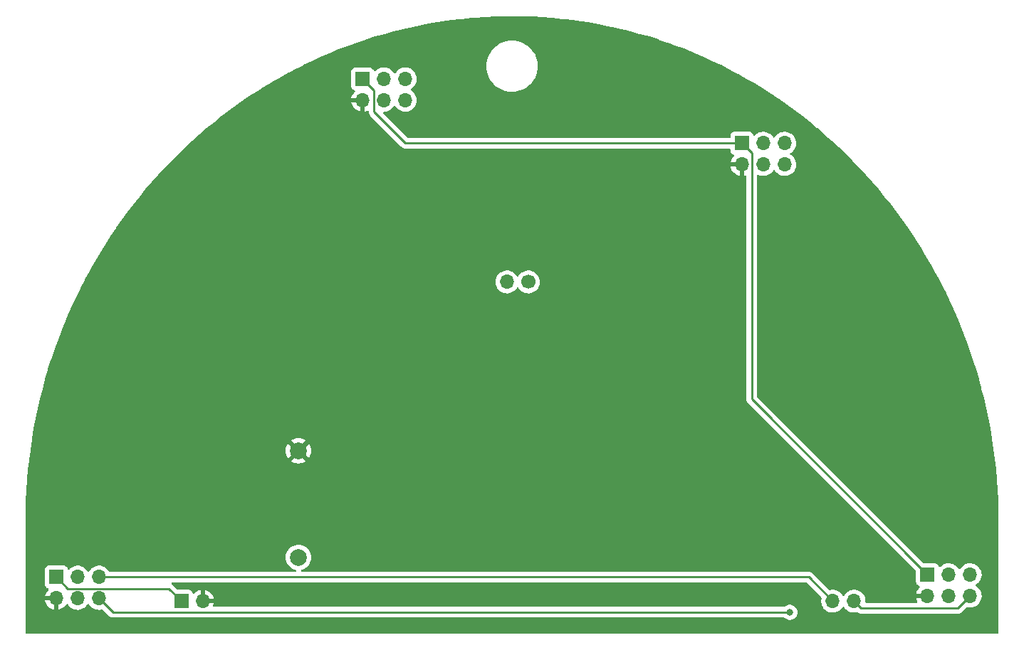
<source format=gtl>
%TF.GenerationSoftware,KiCad,Pcbnew,(6.0.4-0)*%
%TF.CreationDate,2022-04-25T17:15:55-04:00*%
%TF.ProjectId,BaseBadge,42617365-4261-4646-9765-2e6b69636164,rev?*%
%TF.SameCoordinates,Original*%
%TF.FileFunction,Copper,L1,Top*%
%TF.FilePolarity,Positive*%
%FSLAX46Y46*%
G04 Gerber Fmt 4.6, Leading zero omitted, Abs format (unit mm)*
G04 Created by KiCad (PCBNEW (6.0.4-0)) date 2022-04-25 17:15:55*
%MOMM*%
%LPD*%
G01*
G04 APERTURE LIST*
%TA.AperFunction,ComponentPad*%
%ADD10R,1.700000X1.700000*%
%TD*%
%TA.AperFunction,ComponentPad*%
%ADD11O,1.700000X1.700000*%
%TD*%
%TA.AperFunction,ComponentPad*%
%ADD12C,1.700000*%
%TD*%
%TA.AperFunction,ComponentPad*%
%ADD13C,2.000000*%
%TD*%
%TA.AperFunction,ViaPad*%
%ADD14C,0.800000*%
%TD*%
%TA.AperFunction,Conductor*%
%ADD15C,0.254000*%
%TD*%
G04 APERTURE END LIST*
D10*
%TO.P,J1,1,Pin_1*%
%TO.N,VCC*%
X107982463Y-115515377D03*
D11*
%TO.P,J1,2,Pin_2*%
%TO.N,GND*%
X110522463Y-115515377D03*
%TO.P,J1,3,Pin_3*%
%TO.N,Net-(J1-Pad3)*%
X146712463Y-77515377D03*
D12*
%TO.P,J1,4,Pin_4*%
%TO.N,Net-(J1-Pad4)*%
X149252463Y-77515377D03*
D11*
%TO.P,J1,5,Pin_5*%
%TO.N,Net-(J1-Pad5)*%
X185442463Y-115515377D03*
%TO.P,J1,6,Pin_6*%
%TO.N,Net-(J1-Pad6)*%
X187982463Y-115515377D03*
%TD*%
D10*
%TO.P,J4,1,Pin_1*%
%TO.N,VCC*%
X129540000Y-53340000D03*
D11*
%TO.P,J4,2,Pin_2*%
%TO.N,GND*%
X129540000Y-55880000D03*
%TO.P,J4,3,Pin_3*%
%TO.N,Net-(J1-Pad3)*%
X132080000Y-53340000D03*
%TO.P,J4,4,Pin_4*%
%TO.N,Net-(J1-Pad4)*%
X132080000Y-55880000D03*
%TO.P,J4,5,Pin_5*%
%TO.N,Net-(J1-Pad5)*%
X134620000Y-53340000D03*
%TO.P,J4,6,Pin_6*%
%TO.N,Net-(J1-Pad6)*%
X134620000Y-55880000D03*
%TD*%
D10*
%TO.P,J5,1,Pin_1*%
%TO.N,VCC*%
X196711225Y-112371450D03*
D11*
%TO.P,J5,2,Pin_2*%
%TO.N,GND*%
X196711225Y-114911450D03*
%TO.P,J5,3,Pin_3*%
%TO.N,Net-(J1-Pad3)*%
X199251225Y-112371450D03*
%TO.P,J5,4,Pin_4*%
%TO.N,Net-(J1-Pad4)*%
X199251225Y-114911450D03*
%TO.P,J5,5,Pin_5*%
%TO.N,Net-(J1-Pad5)*%
X201791225Y-112371450D03*
%TO.P,J5,6,Pin_6*%
%TO.N,Net-(J1-Pad6)*%
X201791225Y-114911450D03*
%TD*%
D10*
%TO.P,J2,1,Pin_1*%
%TO.N,VCC*%
X93135721Y-112652317D03*
D11*
%TO.P,J2,2,Pin_2*%
%TO.N,GND*%
X93135721Y-115192317D03*
%TO.P,J2,3,Pin_3*%
%TO.N,Net-(J1-Pad3)*%
X95675721Y-112652317D03*
%TO.P,J2,4,Pin_4*%
%TO.N,Net-(J1-Pad4)*%
X95675721Y-115192317D03*
%TO.P,J2,5,Pin_5*%
%TO.N,Net-(J1-Pad5)*%
X98215721Y-112652317D03*
%TO.P,J2,6,Pin_6*%
%TO.N,Net-(J1-Pad6)*%
X98215721Y-115192317D03*
%TD*%
D10*
%TO.P,J3,1,Pin_1*%
%TO.N,VCC*%
X174641614Y-60988088D03*
D11*
%TO.P,J3,2,Pin_2*%
%TO.N,GND*%
X174641614Y-63528088D03*
%TO.P,J3,3,Pin_3*%
%TO.N,Net-(J1-Pad3)*%
X177181614Y-60988088D03*
%TO.P,J3,4,Pin_4*%
%TO.N,Net-(J1-Pad4)*%
X177181614Y-63528088D03*
%TO.P,J3,5,Pin_5*%
%TO.N,Net-(J1-Pad5)*%
X179721614Y-60988088D03*
%TO.P,J3,6,Pin_6*%
%TO.N,Net-(J1-Pad6)*%
X179721614Y-63528088D03*
%TD*%
D13*
%TO.P,BT1,1,+*%
%TO.N,Net-(BT1-Pad1)*%
X121920000Y-110310000D03*
%TO.P,BT1,2,-*%
%TO.N,GND*%
X121920000Y-97610000D03*
%TD*%
D14*
%TO.N,Net-(J1-Pad6)*%
X180340000Y-116840000D03*
%TD*%
D15*
%TO.N,VCC*%
X129540000Y-53340000D02*
X130903489Y-54703489D01*
X175818125Y-62164599D02*
X174641614Y-60988088D01*
X94499210Y-114015806D02*
X93135721Y-112652317D01*
X175818125Y-91478350D02*
X175818125Y-62164599D01*
X107982463Y-115515377D02*
X106482892Y-114015806D01*
X196711225Y-112371450D02*
X175818125Y-91478350D01*
X134648088Y-60988088D02*
X174641614Y-60988088D01*
X130903489Y-54703489D02*
X130903489Y-57243489D01*
X106482892Y-114015806D02*
X94499210Y-114015806D01*
X130903489Y-57243489D02*
X134648088Y-60988088D01*
%TO.N,Net-(J1-Pad5)*%
X98215721Y-112652317D02*
X182579403Y-112652317D01*
X182579403Y-112652317D02*
X185442463Y-115515377D01*
%TO.N,Net-(J1-Pad6)*%
X200337298Y-116365377D02*
X201791225Y-114911450D01*
X187982463Y-115515377D02*
X188832463Y-116365377D01*
X98215721Y-115192317D02*
X99863404Y-116840000D01*
X188832463Y-116365377D02*
X200337298Y-116365377D01*
X99863404Y-116840000D02*
X180340000Y-116840000D01*
%TD*%
%TA.AperFunction,Conductor*%
%TO.N,GND*%
G36*
X147826004Y-45885779D02*
G01*
X148523583Y-45893211D01*
X148526269Y-45893268D01*
X149727708Y-45931695D01*
X149730389Y-45931810D01*
X150925468Y-45995548D01*
X150928058Y-45995713D01*
X152016877Y-46077064D01*
X152116544Y-46084511D01*
X152119214Y-46084739D01*
X152120535Y-46084866D01*
X153300857Y-46198344D01*
X153303491Y-46198626D01*
X153632606Y-46237339D01*
X154477995Y-46336781D01*
X154480645Y-46337121D01*
X155010813Y-46410912D01*
X155647874Y-46499581D01*
X155650470Y-46499971D01*
X156810202Y-46686494D01*
X156812777Y-46686936D01*
X157964792Y-46897275D01*
X157967315Y-46897764D01*
X159111214Y-47131638D01*
X159113801Y-47132195D01*
X159262165Y-47165794D01*
X160249465Y-47389376D01*
X160252036Y-47389986D01*
X160802726Y-47526896D01*
X161379278Y-47670236D01*
X161381785Y-47670887D01*
X161482267Y-47698112D01*
X162500214Y-47973917D01*
X162502732Y-47974627D01*
X162511783Y-47977283D01*
X163612355Y-48300257D01*
X163614861Y-48301021D01*
X164715184Y-48648926D01*
X164717665Y-48649739D01*
X165808578Y-49019706D01*
X165811035Y-49020568D01*
X166892329Y-49412361D01*
X166894759Y-49413270D01*
X167298323Y-49568969D01*
X167966132Y-49826617D01*
X167968435Y-49827532D01*
X168897649Y-50208118D01*
X169029765Y-50262230D01*
X169032139Y-50263231D01*
X169464218Y-50450610D01*
X170083081Y-50718991D01*
X170085355Y-50720005D01*
X170745008Y-51022193D01*
X171125641Y-51196562D01*
X171127956Y-51197651D01*
X172157384Y-51694772D01*
X172159670Y-51695904D01*
X172846251Y-52044771D01*
X173155882Y-52202101D01*
X173178083Y-52213382D01*
X173180329Y-52214553D01*
X173504414Y-52387540D01*
X174187296Y-52752042D01*
X174189518Y-52753257D01*
X174265925Y-52796036D01*
X175185052Y-53310640D01*
X175187175Y-53311856D01*
X175539799Y-53518671D01*
X176170899Y-53888813D01*
X176173056Y-53890108D01*
X177144696Y-54486368D01*
X177146821Y-54487701D01*
X178106146Y-55103018D01*
X178108236Y-55104388D01*
X178299948Y-55232792D01*
X178926354Y-55652342D01*
X179055091Y-55738567D01*
X179057136Y-55739967D01*
X179620991Y-56134000D01*
X179991198Y-56392708D01*
X179993221Y-56394151D01*
X180914320Y-57065251D01*
X180916308Y-57066730D01*
X181824049Y-57755825D01*
X181826003Y-57757338D01*
X182720361Y-58464342D01*
X182722279Y-58465889D01*
X183570023Y-59163415D01*
X183602915Y-59190479D01*
X183604781Y-59192045D01*
X184471539Y-59934042D01*
X184473304Y-59935583D01*
X184928505Y-60340880D01*
X185325773Y-60694596D01*
X185327584Y-60696241D01*
X186165608Y-61472089D01*
X186167356Y-61473739D01*
X186990642Y-62266122D01*
X186992363Y-62267810D01*
X187800822Y-63076628D01*
X187802462Y-63078301D01*
X187973159Y-63255801D01*
X188595698Y-63903152D01*
X188597365Y-63904919D01*
X189375178Y-64745586D01*
X189376803Y-64747378D01*
X189396610Y-64769630D01*
X190138920Y-65603581D01*
X190140514Y-65605406D01*
X190886790Y-66476999D01*
X190888347Y-66478853D01*
X191618491Y-67365534D01*
X191620010Y-67367415D01*
X192333768Y-68268910D01*
X192335241Y-68270809D01*
X192571349Y-68581065D01*
X193032371Y-69186871D01*
X193033802Y-69188788D01*
X193281648Y-69527761D01*
X193714096Y-70119208D01*
X193715502Y-70121171D01*
X194378661Y-71065618D01*
X194380029Y-71067606D01*
X195025882Y-72025928D01*
X195027212Y-72027943D01*
X195655467Y-72999813D01*
X195656749Y-73001838D01*
X195979652Y-73522978D01*
X196267196Y-73987053D01*
X196268437Y-73989100D01*
X196860836Y-74987414D01*
X196861990Y-74989400D01*
X197177913Y-75545826D01*
X197436105Y-76000571D01*
X197437277Y-76002683D01*
X197538145Y-76188550D01*
X197892796Y-76842057D01*
X197992794Y-77026322D01*
X197993917Y-77028440D01*
X198280701Y-77581967D01*
X198530674Y-78064445D01*
X198531766Y-78066603D01*
X198928206Y-78869134D01*
X199049500Y-79114676D01*
X199050534Y-79116821D01*
X199549002Y-80176716D01*
X199550001Y-80178894D01*
X199569008Y-80221413D01*
X200028959Y-81250335D01*
X200029928Y-81252559D01*
X200489179Y-82335409D01*
X200490105Y-82337654D01*
X200929311Y-83431423D01*
X200930196Y-83433688D01*
X201349226Y-84538395D01*
X201350067Y-84540680D01*
X201660219Y-85408555D01*
X201748622Y-85655928D01*
X201749411Y-85658206D01*
X201765526Y-85706208D01*
X202127261Y-86783771D01*
X202128015Y-86786092D01*
X202484917Y-87921708D01*
X202485628Y-87924047D01*
X202821360Y-89069531D01*
X202822025Y-89071886D01*
X202836515Y-89125135D01*
X203089958Y-90056505D01*
X203136321Y-90226885D01*
X203136942Y-90229256D01*
X203429573Y-91393578D01*
X203430148Y-91395964D01*
X203700888Y-92569402D01*
X203701417Y-92571802D01*
X203950028Y-93754135D01*
X203950510Y-93756547D01*
X204176711Y-94947315D01*
X204177147Y-94949740D01*
X204380737Y-96148892D01*
X204381126Y-96151327D01*
X204561852Y-97358568D01*
X204562194Y-97361014D01*
X204719823Y-98576129D01*
X204720117Y-98578583D01*
X204854398Y-99801270D01*
X204854644Y-99803731D01*
X204965342Y-101033758D01*
X204965539Y-101036226D01*
X205050975Y-102252882D01*
X205052406Y-102273266D01*
X205052553Y-102275693D01*
X205108084Y-103375572D01*
X205115366Y-103519807D01*
X205115466Y-103522283D01*
X205153962Y-104772838D01*
X205154013Y-104775287D01*
X205167195Y-105963109D01*
X205167944Y-106030650D01*
X205167950Y-106032772D01*
X205167523Y-106102551D01*
X205169990Y-106111182D01*
X205169990Y-106111184D01*
X205173728Y-106124263D01*
X205178579Y-106158887D01*
X205178579Y-119238680D01*
X205158577Y-119306801D01*
X205104921Y-119353294D01*
X205052579Y-119364680D01*
X89587421Y-119364680D01*
X89519300Y-119344678D01*
X89472807Y-119291022D01*
X89461421Y-119238680D01*
X89461421Y-115460283D01*
X91803978Y-115460283D01*
X91834286Y-115594763D01*
X91837366Y-115604592D01*
X91917491Y-115801920D01*
X91922134Y-115811111D01*
X92033415Y-115992705D01*
X92039498Y-116001016D01*
X92178934Y-116161984D01*
X92186301Y-116169200D01*
X92350155Y-116305233D01*
X92358602Y-116311148D01*
X92542477Y-116418596D01*
X92551763Y-116423046D01*
X92750722Y-116499020D01*
X92760620Y-116501896D01*
X92863971Y-116522923D01*
X92878020Y-116521727D01*
X92881721Y-116511382D01*
X92881721Y-115464432D01*
X92877246Y-115449193D01*
X92875856Y-115447988D01*
X92868173Y-115446317D01*
X91818946Y-115446317D01*
X91805415Y-115450290D01*
X91803978Y-115460283D01*
X89461421Y-115460283D01*
X89461421Y-113550451D01*
X91777221Y-113550451D01*
X91783976Y-113612633D01*
X91835106Y-113749022D01*
X91922460Y-113865578D01*
X92039016Y-113952932D01*
X92047425Y-113956084D01*
X92047426Y-113956085D01*
X92156681Y-113997043D01*
X92213446Y-114039684D01*
X92238146Y-114106246D01*
X92222939Y-114175595D01*
X92203546Y-114202076D01*
X92080311Y-114331034D01*
X92073825Y-114339044D01*
X91953819Y-114514966D01*
X91948721Y-114523940D01*
X91859059Y-114717100D01*
X91855496Y-114726787D01*
X91800110Y-114926500D01*
X91801633Y-114934924D01*
X91814013Y-114938317D01*
X93263721Y-114938317D01*
X93331842Y-114958319D01*
X93378335Y-115011975D01*
X93389721Y-115064317D01*
X93389721Y-116510834D01*
X93393785Y-116524676D01*
X93407199Y-116526710D01*
X93413905Y-116525851D01*
X93423983Y-116523709D01*
X93627976Y-116462508D01*
X93637563Y-116458750D01*
X93828816Y-116365056D01*
X93837666Y-116359781D01*
X94011049Y-116236109D01*
X94018921Y-116229456D01*
X94169773Y-116079129D01*
X94176451Y-116071282D01*
X94303743Y-115894136D01*
X94305000Y-115895039D01*
X94352094Y-115851679D01*
X94422032Y-115839462D01*
X94487472Y-115866995D01*
X94515300Y-115898828D01*
X94533031Y-115927762D01*
X94575708Y-115997405D01*
X94721971Y-116166255D01*
X94893847Y-116308949D01*
X95086721Y-116421655D01*
X95295413Y-116501347D01*
X95300481Y-116502378D01*
X95300484Y-116502379D01*
X95395583Y-116521727D01*
X95514318Y-116545884D01*
X95519493Y-116546074D01*
X95519495Y-116546074D01*
X95732394Y-116553881D01*
X95732398Y-116553881D01*
X95737558Y-116554070D01*
X95742678Y-116553414D01*
X95742680Y-116553414D01*
X95954009Y-116526342D01*
X95954010Y-116526342D01*
X95959137Y-116525685D01*
X95964087Y-116524200D01*
X96168150Y-116462978D01*
X96168155Y-116462976D01*
X96173105Y-116461491D01*
X96373715Y-116363213D01*
X96555581Y-116233490D01*
X96584673Y-116204500D01*
X96710156Y-116079454D01*
X96713817Y-116075806D01*
X96802333Y-115952623D01*
X96844174Y-115894394D01*
X96845497Y-115895345D01*
X96892366Y-115852174D01*
X96962301Y-115839942D01*
X97027747Y-115867461D01*
X97055596Y-115899311D01*
X97115708Y-115997405D01*
X97261971Y-116166255D01*
X97433847Y-116308949D01*
X97626721Y-116421655D01*
X97835413Y-116501347D01*
X97840481Y-116502378D01*
X97840484Y-116502379D01*
X97935583Y-116521727D01*
X98054318Y-116545884D01*
X98059493Y-116546074D01*
X98059495Y-116546074D01*
X98272394Y-116553881D01*
X98272398Y-116553881D01*
X98277558Y-116554070D01*
X98282678Y-116553414D01*
X98282680Y-116553414D01*
X98356135Y-116544004D01*
X98499137Y-116525685D01*
X98504090Y-116524199D01*
X98504095Y-116524198D01*
X98533738Y-116515304D01*
X98543372Y-116512414D01*
X98614367Y-116511996D01*
X98668675Y-116544004D01*
X99358154Y-117233483D01*
X99365730Y-117241809D01*
X99369851Y-117248303D01*
X99375626Y-117253726D01*
X99419669Y-117295085D01*
X99422511Y-117297840D01*
X99442310Y-117317639D01*
X99445441Y-117320068D01*
X99445446Y-117320072D01*
X99445532Y-117320139D01*
X99454557Y-117327847D01*
X99486898Y-117358217D01*
X99493843Y-117362035D01*
X99493847Y-117362038D01*
X99504738Y-117368026D01*
X99521259Y-117378878D01*
X99537338Y-117391350D01*
X99578059Y-117408971D01*
X99588715Y-117414192D01*
X99620649Y-117431748D01*
X99620655Y-117431750D01*
X99627601Y-117435569D01*
X99635276Y-117437540D01*
X99635282Y-117437542D01*
X99647315Y-117440631D01*
X99666017Y-117447034D01*
X99684696Y-117455117D01*
X99692522Y-117456357D01*
X99692527Y-117456358D01*
X99728524Y-117462060D01*
X99740144Y-117464466D01*
X99775441Y-117473528D01*
X99783122Y-117475500D01*
X99803470Y-117475500D01*
X99823182Y-117477051D01*
X99843284Y-117480235D01*
X99887459Y-117476059D01*
X99899318Y-117475500D01*
X179633601Y-117475500D01*
X179701722Y-117495502D01*
X179718908Y-117510109D01*
X179719420Y-117509540D01*
X179724332Y-117513963D01*
X179728747Y-117518866D01*
X179883248Y-117631118D01*
X179889276Y-117633802D01*
X179889278Y-117633803D01*
X180051681Y-117706109D01*
X180057712Y-117708794D01*
X180151113Y-117728647D01*
X180238056Y-117747128D01*
X180238061Y-117747128D01*
X180244513Y-117748500D01*
X180435487Y-117748500D01*
X180441939Y-117747128D01*
X180441944Y-117747128D01*
X180528887Y-117728647D01*
X180622288Y-117708794D01*
X180628319Y-117706109D01*
X180790722Y-117633803D01*
X180790724Y-117633802D01*
X180796752Y-117631118D01*
X180951253Y-117518866D01*
X180972290Y-117495502D01*
X181074621Y-117381852D01*
X181074622Y-117381851D01*
X181079040Y-117376944D01*
X181158246Y-117239756D01*
X181171223Y-117217279D01*
X181171224Y-117217278D01*
X181174527Y-117211556D01*
X181233542Y-117029928D01*
X181236390Y-117002836D01*
X181252814Y-116846565D01*
X181253504Y-116840000D01*
X181250768Y-116813964D01*
X181234232Y-116656635D01*
X181234232Y-116656633D01*
X181233542Y-116650072D01*
X181174527Y-116468444D01*
X181079040Y-116303056D01*
X181043861Y-116263985D01*
X180955675Y-116166045D01*
X180955674Y-116166044D01*
X180951253Y-116161134D01*
X180838831Y-116079454D01*
X180802094Y-116052763D01*
X180802093Y-116052762D01*
X180796752Y-116048882D01*
X180790724Y-116046198D01*
X180790722Y-116046197D01*
X180628319Y-115973891D01*
X180628318Y-115973891D01*
X180622288Y-115971206D01*
X180517719Y-115948979D01*
X180441944Y-115932872D01*
X180441939Y-115932872D01*
X180435487Y-115931500D01*
X180244513Y-115931500D01*
X180238061Y-115932872D01*
X180238056Y-115932872D01*
X180162281Y-115948979D01*
X180057712Y-115971206D01*
X180051682Y-115973891D01*
X180051681Y-115973891D01*
X179889278Y-116046197D01*
X179889276Y-116046198D01*
X179883248Y-116048882D01*
X179877907Y-116052762D01*
X179877906Y-116052763D01*
X179841169Y-116079454D01*
X179728747Y-116161134D01*
X179724332Y-116166037D01*
X179719420Y-116170460D01*
X179717779Y-116168638D01*
X179666790Y-116200050D01*
X179633601Y-116204500D01*
X111899582Y-116204500D01*
X111831461Y-116184498D01*
X111784968Y-116130842D01*
X111774864Y-116060568D01*
X111785429Y-116026524D01*
X111785232Y-116026446D01*
X111786253Y-116023868D01*
X111786622Y-116022678D01*
X111787134Y-116021641D01*
X111790932Y-116012049D01*
X111852840Y-115808287D01*
X111855018Y-115798214D01*
X111856449Y-115787339D01*
X111854238Y-115773155D01*
X111841080Y-115769377D01*
X110394463Y-115769377D01*
X110326342Y-115749375D01*
X110279849Y-115695719D01*
X110268463Y-115643377D01*
X110268463Y-115243262D01*
X110776463Y-115243262D01*
X110780938Y-115258501D01*
X110782328Y-115259706D01*
X110790011Y-115261377D01*
X111840807Y-115261377D01*
X111854338Y-115257404D01*
X111855643Y-115248324D01*
X111813677Y-115081252D01*
X111810357Y-115071501D01*
X111725435Y-114876191D01*
X111720568Y-114867116D01*
X111604889Y-114688303D01*
X111598599Y-114680134D01*
X111455269Y-114522617D01*
X111447736Y-114515592D01*
X111280602Y-114383599D01*
X111272015Y-114377894D01*
X111085580Y-114274976D01*
X111076168Y-114270746D01*
X110875422Y-114199657D01*
X110865451Y-114197023D01*
X110794300Y-114184349D01*
X110781003Y-114185809D01*
X110776463Y-114200366D01*
X110776463Y-115243262D01*
X110268463Y-115243262D01*
X110268463Y-114198479D01*
X110264545Y-114185135D01*
X110250269Y-114183148D01*
X110211787Y-114189037D01*
X110201751Y-114191428D01*
X109999331Y-114257589D01*
X109989822Y-114261586D01*
X109800926Y-114359919D01*
X109792201Y-114365413D01*
X109621896Y-114493282D01*
X109614189Y-114500125D01*
X109536941Y-114580961D01*
X109475417Y-114616391D01*
X109404505Y-114612934D01*
X109346718Y-114571688D01*
X109327865Y-114538140D01*
X109286230Y-114427080D01*
X109283078Y-114418672D01*
X109195724Y-114302116D01*
X109079168Y-114214762D01*
X108942779Y-114163632D01*
X108880597Y-114156877D01*
X107574886Y-114156877D01*
X107506765Y-114136875D01*
X107485791Y-114119972D01*
X106988142Y-113622323D01*
X106980566Y-113613997D01*
X106976445Y-113607503D01*
X106926626Y-113560720D01*
X106923785Y-113557966D01*
X106903986Y-113538167D01*
X106900861Y-113535743D01*
X106900852Y-113535735D01*
X106900766Y-113535669D01*
X106891742Y-113527962D01*
X106868001Y-113505668D01*
X106832035Y-113444455D01*
X106834872Y-113373515D01*
X106875612Y-113315371D01*
X106941320Y-113288482D01*
X106954253Y-113287817D01*
X182263981Y-113287817D01*
X182332102Y-113307819D01*
X182353076Y-113324722D01*
X184091627Y-115063273D01*
X184125653Y-115125585D01*
X184123949Y-115186039D01*
X184103452Y-115259947D01*
X184102904Y-115265077D01*
X184102903Y-115265081D01*
X184096636Y-115323725D01*
X184079714Y-115482072D01*
X184080011Y-115487225D01*
X184080011Y-115487228D01*
X184086511Y-115599956D01*
X184092573Y-115705092D01*
X184093710Y-115710138D01*
X184093711Y-115710144D01*
X184107060Y-115769377D01*
X184141685Y-115923016D01*
X184225729Y-116129993D01*
X184268660Y-116200050D01*
X184339754Y-116316065D01*
X184342450Y-116320465D01*
X184488713Y-116489315D01*
X184660589Y-116632009D01*
X184853463Y-116744715D01*
X185062155Y-116824407D01*
X185067223Y-116825438D01*
X185067226Y-116825439D01*
X185159863Y-116844286D01*
X185281060Y-116868944D01*
X185286235Y-116869134D01*
X185286237Y-116869134D01*
X185499136Y-116876941D01*
X185499140Y-116876941D01*
X185504300Y-116877130D01*
X185509420Y-116876474D01*
X185509422Y-116876474D01*
X185720751Y-116849402D01*
X185720752Y-116849402D01*
X185725879Y-116848745D01*
X185730829Y-116847260D01*
X185934892Y-116786038D01*
X185934897Y-116786036D01*
X185939847Y-116784551D01*
X186140457Y-116686273D01*
X186322323Y-116556550D01*
X186333027Y-116545884D01*
X186476898Y-116402514D01*
X186480559Y-116398866D01*
X186540057Y-116316066D01*
X186610916Y-116217454D01*
X186612239Y-116218405D01*
X186659108Y-116175234D01*
X186729043Y-116163002D01*
X186794489Y-116190521D01*
X186822338Y-116222371D01*
X186882450Y-116320465D01*
X187028713Y-116489315D01*
X187200589Y-116632009D01*
X187393463Y-116744715D01*
X187602155Y-116824407D01*
X187607223Y-116825438D01*
X187607226Y-116825439D01*
X187699863Y-116844286D01*
X187821060Y-116868944D01*
X187826235Y-116869134D01*
X187826237Y-116869134D01*
X188039136Y-116876941D01*
X188039140Y-116876941D01*
X188044300Y-116877130D01*
X188049420Y-116876474D01*
X188049422Y-116876474D01*
X188118616Y-116867610D01*
X188265879Y-116848745D01*
X188312273Y-116834826D01*
X188383266Y-116834410D01*
X188434730Y-116863661D01*
X188443090Y-116871511D01*
X188455957Y-116883594D01*
X188462902Y-116887412D01*
X188462906Y-116887415D01*
X188473797Y-116893403D01*
X188490318Y-116904255D01*
X188506397Y-116916727D01*
X188547125Y-116934351D01*
X188557782Y-116939573D01*
X188589709Y-116957125D01*
X188589712Y-116957126D01*
X188596660Y-116960946D01*
X188616378Y-116966009D01*
X188635074Y-116972410D01*
X188653756Y-116980494D01*
X188661580Y-116981733D01*
X188661586Y-116981735D01*
X188697583Y-116987437D01*
X188709203Y-116989843D01*
X188744500Y-116998905D01*
X188752181Y-117000877D01*
X188772529Y-117000877D01*
X188792241Y-117002428D01*
X188812343Y-117005612D01*
X188856518Y-117001436D01*
X188868377Y-117000877D01*
X200258278Y-117000877D01*
X200269512Y-117001407D01*
X200277017Y-117003085D01*
X200345310Y-117000939D01*
X200349267Y-117000877D01*
X200377281Y-117000877D01*
X200381206Y-117000381D01*
X200381207Y-117000381D01*
X200381302Y-117000369D01*
X200393147Y-116999436D01*
X200422968Y-116998499D01*
X200429580Y-116998291D01*
X200429581Y-116998291D01*
X200437503Y-116998042D01*
X200457047Y-116992364D01*
X200476410Y-116988354D01*
X200488738Y-116986797D01*
X200488740Y-116986797D01*
X200496597Y-116985804D01*
X200503961Y-116982888D01*
X200503966Y-116982887D01*
X200537854Y-116969470D01*
X200549083Y-116965625D01*
X200565763Y-116960779D01*
X200591691Y-116953246D01*
X200598518Y-116949208D01*
X200598521Y-116949207D01*
X200609204Y-116942889D01*
X200626962Y-116934189D01*
X200638513Y-116929616D01*
X200638519Y-116929612D01*
X200645886Y-116926696D01*
X200681789Y-116900611D01*
X200691708Y-116894096D01*
X200723066Y-116875551D01*
X200723070Y-116875548D01*
X200729896Y-116871511D01*
X200744280Y-116857127D01*
X200759314Y-116844286D01*
X200769371Y-116836979D01*
X200775785Y-116832319D01*
X200804076Y-116798121D01*
X200812065Y-116789342D01*
X201338124Y-116263283D01*
X201400436Y-116229257D01*
X201452337Y-116228907D01*
X201629822Y-116265017D01*
X201634997Y-116265207D01*
X201634999Y-116265207D01*
X201847898Y-116273014D01*
X201847902Y-116273014D01*
X201853062Y-116273203D01*
X201858182Y-116272547D01*
X201858184Y-116272547D01*
X202069513Y-116245475D01*
X202069514Y-116245475D01*
X202074641Y-116244818D01*
X202079591Y-116243333D01*
X202283654Y-116182111D01*
X202283659Y-116182109D01*
X202288609Y-116180624D01*
X202489219Y-116082346D01*
X202671085Y-115952623D01*
X202829321Y-115794939D01*
X202959678Y-115613527D01*
X202972322Y-115587945D01*
X203056361Y-115417903D01*
X203056362Y-115417901D01*
X203058655Y-115413261D01*
X203105309Y-115259706D01*
X203122090Y-115204473D01*
X203122090Y-115204471D01*
X203123595Y-115199519D01*
X203152754Y-114978040D01*
X203153725Y-114938317D01*
X203154299Y-114914815D01*
X203154299Y-114914811D01*
X203154381Y-114911450D01*
X203136077Y-114688811D01*
X203081656Y-114472152D01*
X202992579Y-114267290D01*
X202924968Y-114162779D01*
X202874047Y-114084067D01*
X202874045Y-114084064D01*
X202871239Y-114079727D01*
X202720895Y-113914501D01*
X202716844Y-113911302D01*
X202716840Y-113911298D01*
X202549639Y-113779250D01*
X202549635Y-113779248D01*
X202545584Y-113776048D01*
X202504278Y-113753246D01*
X202454309Y-113702814D01*
X202439537Y-113633371D01*
X202464653Y-113566966D01*
X202492005Y-113540359D01*
X202551966Y-113497589D01*
X202671085Y-113412623D01*
X202690960Y-113392818D01*
X202790055Y-113294068D01*
X202829321Y-113254939D01*
X202959678Y-113073527D01*
X202980545Y-113031307D01*
X203056361Y-112877903D01*
X203056362Y-112877901D01*
X203058655Y-112873261D01*
X203123595Y-112659519D01*
X203152754Y-112438040D01*
X203154381Y-112371450D01*
X203136077Y-112148811D01*
X203081656Y-111932152D01*
X202992579Y-111727290D01*
X202886955Y-111564020D01*
X202874047Y-111544067D01*
X202874045Y-111544064D01*
X202871239Y-111539727D01*
X202720895Y-111374501D01*
X202716844Y-111371302D01*
X202716840Y-111371298D01*
X202549639Y-111239250D01*
X202549635Y-111239248D01*
X202545584Y-111236048D01*
X202350014Y-111128088D01*
X202345145Y-111126364D01*
X202345141Y-111126362D01*
X202144312Y-111055245D01*
X202144308Y-111055244D01*
X202139437Y-111053519D01*
X202134344Y-111052612D01*
X202134341Y-111052611D01*
X201924598Y-111015250D01*
X201924592Y-111015249D01*
X201919509Y-111014344D01*
X201845677Y-111013442D01*
X201701306Y-111011678D01*
X201701304Y-111011678D01*
X201696136Y-111011615D01*
X201475316Y-111045405D01*
X201262981Y-111114807D01*
X201064832Y-111217957D01*
X201060699Y-111221060D01*
X201060696Y-111221062D01*
X200907464Y-111336112D01*
X200886190Y-111352085D01*
X200882618Y-111355823D01*
X200742996Y-111501929D01*
X200731854Y-111513588D01*
X200624426Y-111671071D01*
X200569518Y-111716071D01*
X200498993Y-111724242D01*
X200435246Y-111692988D01*
X200414549Y-111668504D01*
X200334047Y-111544067D01*
X200334045Y-111544064D01*
X200331239Y-111539727D01*
X200180895Y-111374501D01*
X200176844Y-111371302D01*
X200176840Y-111371298D01*
X200009639Y-111239250D01*
X200009635Y-111239248D01*
X200005584Y-111236048D01*
X199810014Y-111128088D01*
X199805145Y-111126364D01*
X199805141Y-111126362D01*
X199604312Y-111055245D01*
X199604308Y-111055244D01*
X199599437Y-111053519D01*
X199594344Y-111052612D01*
X199594341Y-111052611D01*
X199384598Y-111015250D01*
X199384592Y-111015249D01*
X199379509Y-111014344D01*
X199305677Y-111013442D01*
X199161306Y-111011678D01*
X199161304Y-111011678D01*
X199156136Y-111011615D01*
X198935316Y-111045405D01*
X198722981Y-111114807D01*
X198524832Y-111217957D01*
X198520699Y-111221060D01*
X198520696Y-111221062D01*
X198367464Y-111336112D01*
X198346190Y-111352085D01*
X198289762Y-111411134D01*
X198265508Y-111436514D01*
X198203984Y-111471944D01*
X198133071Y-111468487D01*
X198075285Y-111427241D01*
X198056432Y-111393693D01*
X198014992Y-111283153D01*
X198011840Y-111274745D01*
X197924486Y-111158189D01*
X197807930Y-111070835D01*
X197671541Y-111019705D01*
X197609359Y-111012950D01*
X196303648Y-111012950D01*
X196235527Y-110992948D01*
X196214553Y-110976045D01*
X176490530Y-91252022D01*
X176456504Y-91189710D01*
X176453625Y-91162927D01*
X176453625Y-64887340D01*
X176473627Y-64819219D01*
X176527283Y-64772726D01*
X176597557Y-64762622D01*
X176624571Y-64769629D01*
X176801306Y-64837118D01*
X176806374Y-64838149D01*
X176806377Y-64838150D01*
X176901476Y-64857498D01*
X177020211Y-64881655D01*
X177025386Y-64881845D01*
X177025388Y-64881845D01*
X177238287Y-64889652D01*
X177238291Y-64889652D01*
X177243451Y-64889841D01*
X177248571Y-64889185D01*
X177248573Y-64889185D01*
X177459902Y-64862113D01*
X177459903Y-64862113D01*
X177465030Y-64861456D01*
X177469980Y-64859971D01*
X177674043Y-64798749D01*
X177674048Y-64798747D01*
X177678998Y-64797262D01*
X177879608Y-64698984D01*
X178061474Y-64569261D01*
X178219710Y-64411577D01*
X178350067Y-64230165D01*
X178351390Y-64231116D01*
X178398259Y-64187945D01*
X178468194Y-64175713D01*
X178533640Y-64203232D01*
X178561489Y-64235082D01*
X178621601Y-64333176D01*
X178767864Y-64502026D01*
X178939740Y-64644720D01*
X179132614Y-64757426D01*
X179137439Y-64759268D01*
X179137440Y-64759269D01*
X179210226Y-64787063D01*
X179341306Y-64837118D01*
X179346374Y-64838149D01*
X179346377Y-64838150D01*
X179441476Y-64857498D01*
X179560211Y-64881655D01*
X179565386Y-64881845D01*
X179565388Y-64881845D01*
X179778287Y-64889652D01*
X179778291Y-64889652D01*
X179783451Y-64889841D01*
X179788571Y-64889185D01*
X179788573Y-64889185D01*
X179999902Y-64862113D01*
X179999903Y-64862113D01*
X180005030Y-64861456D01*
X180009980Y-64859971D01*
X180214043Y-64798749D01*
X180214048Y-64798747D01*
X180218998Y-64797262D01*
X180419608Y-64698984D01*
X180601474Y-64569261D01*
X180759710Y-64411577D01*
X180890067Y-64230165D01*
X180910934Y-64187945D01*
X180986750Y-64034541D01*
X180986751Y-64034539D01*
X180989044Y-64029899D01*
X181053984Y-63816157D01*
X181083143Y-63594678D01*
X181084770Y-63528088D01*
X181066466Y-63305449D01*
X181012045Y-63088790D01*
X180922968Y-62883928D01*
X180801628Y-62696365D01*
X180651284Y-62531139D01*
X180647233Y-62527940D01*
X180647229Y-62527936D01*
X180480028Y-62395888D01*
X180480024Y-62395886D01*
X180475973Y-62392686D01*
X180434667Y-62369884D01*
X180384698Y-62319452D01*
X180369926Y-62250009D01*
X180395042Y-62183604D01*
X180422394Y-62156997D01*
X180466217Y-62125738D01*
X180601474Y-62029261D01*
X180759710Y-61871577D01*
X180847368Y-61749588D01*
X180887049Y-61694365D01*
X180890067Y-61690165D01*
X180910934Y-61647945D01*
X180986750Y-61494541D01*
X180986751Y-61494539D01*
X180989044Y-61489899D01*
X181053984Y-61276157D01*
X181083143Y-61054678D01*
X181084770Y-60988088D01*
X181066466Y-60765449D01*
X181012045Y-60548790D01*
X180922968Y-60343928D01*
X180801628Y-60156365D01*
X180651284Y-59991139D01*
X180647233Y-59987940D01*
X180647229Y-59987936D01*
X180480028Y-59855888D01*
X180480024Y-59855886D01*
X180475973Y-59852686D01*
X180280403Y-59744726D01*
X180275534Y-59743002D01*
X180275530Y-59743000D01*
X180074701Y-59671883D01*
X180074697Y-59671882D01*
X180069826Y-59670157D01*
X180064733Y-59669250D01*
X180064730Y-59669249D01*
X179854987Y-59631888D01*
X179854981Y-59631887D01*
X179849898Y-59630982D01*
X179776066Y-59630080D01*
X179631695Y-59628316D01*
X179631693Y-59628316D01*
X179626525Y-59628253D01*
X179405705Y-59662043D01*
X179193370Y-59731445D01*
X178995221Y-59834595D01*
X178991088Y-59837698D01*
X178991085Y-59837700D01*
X178820714Y-59965618D01*
X178816579Y-59968723D01*
X178813007Y-59972461D01*
X178705343Y-60085125D01*
X178662243Y-60130226D01*
X178554815Y-60287709D01*
X178499907Y-60332709D01*
X178429382Y-60340880D01*
X178365635Y-60309626D01*
X178344938Y-60285142D01*
X178264436Y-60160705D01*
X178264434Y-60160702D01*
X178261628Y-60156365D01*
X178111284Y-59991139D01*
X178107233Y-59987940D01*
X178107229Y-59987936D01*
X177940028Y-59855888D01*
X177940024Y-59855886D01*
X177935973Y-59852686D01*
X177740403Y-59744726D01*
X177735534Y-59743002D01*
X177735530Y-59743000D01*
X177534701Y-59671883D01*
X177534697Y-59671882D01*
X177529826Y-59670157D01*
X177524733Y-59669250D01*
X177524730Y-59669249D01*
X177314987Y-59631888D01*
X177314981Y-59631887D01*
X177309898Y-59630982D01*
X177236066Y-59630080D01*
X177091695Y-59628316D01*
X177091693Y-59628316D01*
X177086525Y-59628253D01*
X176865705Y-59662043D01*
X176653370Y-59731445D01*
X176455221Y-59834595D01*
X176451088Y-59837698D01*
X176451085Y-59837700D01*
X176280714Y-59965618D01*
X176276579Y-59968723D01*
X176220151Y-60027772D01*
X176195897Y-60053152D01*
X176134373Y-60088582D01*
X176063460Y-60085125D01*
X176005674Y-60043879D01*
X175986821Y-60010331D01*
X175945381Y-59899791D01*
X175942229Y-59891383D01*
X175854875Y-59774827D01*
X175738319Y-59687473D01*
X175601930Y-59636343D01*
X175539748Y-59629588D01*
X173743480Y-59629588D01*
X173681298Y-59636343D01*
X173544909Y-59687473D01*
X173428353Y-59774827D01*
X173340999Y-59891383D01*
X173289869Y-60027772D01*
X173283114Y-60089954D01*
X173283114Y-60226588D01*
X173263112Y-60294709D01*
X173209456Y-60341202D01*
X173157114Y-60352588D01*
X134963511Y-60352588D01*
X134895390Y-60332586D01*
X134874416Y-60315683D01*
X132014254Y-57455521D01*
X131980228Y-57393209D01*
X131985293Y-57322394D01*
X132027840Y-57265558D01*
X132094360Y-57240747D01*
X132107966Y-57240511D01*
X132136673Y-57241564D01*
X132136677Y-57241564D01*
X132141837Y-57241753D01*
X132146957Y-57241097D01*
X132146959Y-57241097D01*
X132358288Y-57214025D01*
X132358289Y-57214025D01*
X132363416Y-57213368D01*
X132368366Y-57211883D01*
X132572429Y-57150661D01*
X132572434Y-57150659D01*
X132577384Y-57149174D01*
X132777994Y-57050896D01*
X132959860Y-56921173D01*
X133118096Y-56763489D01*
X133248453Y-56582077D01*
X133249776Y-56583028D01*
X133296645Y-56539857D01*
X133366580Y-56527625D01*
X133432026Y-56555144D01*
X133459875Y-56586994D01*
X133519987Y-56685088D01*
X133666250Y-56853938D01*
X133838126Y-56996632D01*
X134031000Y-57109338D01*
X134239692Y-57189030D01*
X134244760Y-57190061D01*
X134244763Y-57190062D01*
X134339862Y-57209410D01*
X134458597Y-57233567D01*
X134463772Y-57233757D01*
X134463774Y-57233757D01*
X134676673Y-57241564D01*
X134676677Y-57241564D01*
X134681837Y-57241753D01*
X134686957Y-57241097D01*
X134686959Y-57241097D01*
X134898288Y-57214025D01*
X134898289Y-57214025D01*
X134903416Y-57213368D01*
X134908366Y-57211883D01*
X135112429Y-57150661D01*
X135112434Y-57150659D01*
X135117384Y-57149174D01*
X135317994Y-57050896D01*
X135499860Y-56921173D01*
X135658096Y-56763489D01*
X135788453Y-56582077D01*
X135809320Y-56539857D01*
X135885136Y-56386453D01*
X135885137Y-56386451D01*
X135887430Y-56381811D01*
X135952370Y-56168069D01*
X135981529Y-55946590D01*
X135983156Y-55880000D01*
X135964852Y-55657361D01*
X135910431Y-55440702D01*
X135821354Y-55235840D01*
X135743792Y-55115947D01*
X135702822Y-55052617D01*
X135702820Y-55052614D01*
X135700014Y-55048277D01*
X135549670Y-54883051D01*
X135545619Y-54879852D01*
X135545615Y-54879848D01*
X135378414Y-54747800D01*
X135378410Y-54747798D01*
X135374359Y-54744598D01*
X135333053Y-54721796D01*
X135283084Y-54671364D01*
X135268312Y-54601921D01*
X135293428Y-54535516D01*
X135320780Y-54508909D01*
X135364603Y-54477650D01*
X135499860Y-54381173D01*
X135658096Y-54223489D01*
X135788453Y-54042077D01*
X135809320Y-53999857D01*
X135885136Y-53846453D01*
X135885137Y-53846451D01*
X135887430Y-53841811D01*
X135932959Y-53691957D01*
X135950865Y-53633023D01*
X135950865Y-53633021D01*
X135952370Y-53628069D01*
X135981529Y-53406590D01*
X135983156Y-53340000D01*
X135964852Y-53117361D01*
X135910431Y-52900702D01*
X135821354Y-52695840D01*
X135781906Y-52634862D01*
X135702822Y-52512617D01*
X135702820Y-52512614D01*
X135700014Y-52508277D01*
X135549670Y-52343051D01*
X135545619Y-52339852D01*
X135545615Y-52339848D01*
X135378414Y-52207800D01*
X135378410Y-52207798D01*
X135374359Y-52204598D01*
X135178789Y-52096638D01*
X135173920Y-52094914D01*
X135173916Y-52094912D01*
X134973087Y-52023795D01*
X134973083Y-52023794D01*
X134968212Y-52022069D01*
X134963119Y-52021162D01*
X134963116Y-52021161D01*
X134753373Y-51983800D01*
X134753367Y-51983799D01*
X134748284Y-51982894D01*
X134674452Y-51981992D01*
X134530081Y-51980228D01*
X134530079Y-51980228D01*
X134524911Y-51980165D01*
X134304091Y-52013955D01*
X134091756Y-52083357D01*
X133893607Y-52186507D01*
X133889474Y-52189610D01*
X133889471Y-52189612D01*
X133719100Y-52317530D01*
X133714965Y-52320635D01*
X133711393Y-52324373D01*
X133574895Y-52467210D01*
X133560629Y-52482138D01*
X133453201Y-52639621D01*
X133398293Y-52684621D01*
X133327768Y-52692792D01*
X133264021Y-52661538D01*
X133243324Y-52637054D01*
X133162822Y-52512617D01*
X133162820Y-52512614D01*
X133160014Y-52508277D01*
X133009670Y-52343051D01*
X133005619Y-52339852D01*
X133005615Y-52339848D01*
X132838414Y-52207800D01*
X132838410Y-52207798D01*
X132834359Y-52204598D01*
X132638789Y-52096638D01*
X132633920Y-52094914D01*
X132633916Y-52094912D01*
X132433087Y-52023795D01*
X132433083Y-52023794D01*
X132428212Y-52022069D01*
X132423119Y-52021162D01*
X132423116Y-52021161D01*
X132213373Y-51983800D01*
X132213367Y-51983799D01*
X132208284Y-51982894D01*
X132134452Y-51981992D01*
X131990081Y-51980228D01*
X131990079Y-51980228D01*
X131984911Y-51980165D01*
X131764091Y-52013955D01*
X131551756Y-52083357D01*
X131353607Y-52186507D01*
X131349474Y-52189610D01*
X131349471Y-52189612D01*
X131179100Y-52317530D01*
X131174965Y-52320635D01*
X131118537Y-52379684D01*
X131094283Y-52405064D01*
X131032759Y-52440494D01*
X130961846Y-52437037D01*
X130904060Y-52395791D01*
X130885207Y-52362243D01*
X130845899Y-52257389D01*
X130840615Y-52243295D01*
X130753261Y-52126739D01*
X130636705Y-52039385D01*
X130500316Y-51988255D01*
X130438134Y-51981500D01*
X128641866Y-51981500D01*
X128579684Y-51988255D01*
X128443295Y-52039385D01*
X128326739Y-52126739D01*
X128239385Y-52243295D01*
X128188255Y-52379684D01*
X128181500Y-52441866D01*
X128181500Y-54238134D01*
X128188255Y-54300316D01*
X128239385Y-54436705D01*
X128326739Y-54553261D01*
X128443295Y-54640615D01*
X128451704Y-54643767D01*
X128451705Y-54643768D01*
X128560960Y-54684726D01*
X128617725Y-54727367D01*
X128642425Y-54793929D01*
X128627218Y-54863278D01*
X128607825Y-54889759D01*
X128484590Y-55018717D01*
X128478104Y-55026727D01*
X128358098Y-55202649D01*
X128353000Y-55211623D01*
X128263338Y-55404783D01*
X128259775Y-55414470D01*
X128204389Y-55614183D01*
X128205912Y-55622607D01*
X128218292Y-55626000D01*
X129668000Y-55626000D01*
X129736121Y-55646002D01*
X129782614Y-55699658D01*
X129794000Y-55752000D01*
X129794000Y-57198517D01*
X129798064Y-57212359D01*
X129811478Y-57214393D01*
X129818184Y-57213534D01*
X129828262Y-57211392D01*
X130032255Y-57150191D01*
X130041837Y-57146435D01*
X130086007Y-57124797D01*
X130155981Y-57112791D01*
X130221338Y-57140522D01*
X130261328Y-57199185D01*
X130267377Y-57233993D01*
X130267927Y-57251502D01*
X130267989Y-57255458D01*
X130267989Y-57283472D01*
X130268485Y-57287397D01*
X130268485Y-57287398D01*
X130268497Y-57287493D01*
X130269430Y-57299338D01*
X130270824Y-57343694D01*
X130273036Y-57351306D01*
X130276502Y-57363237D01*
X130280512Y-57382601D01*
X130283062Y-57402788D01*
X130285978Y-57410152D01*
X130285979Y-57410157D01*
X130299396Y-57444045D01*
X130303241Y-57455274D01*
X130315620Y-57497882D01*
X130319658Y-57504709D01*
X130319659Y-57504712D01*
X130325977Y-57515395D01*
X130334677Y-57533153D01*
X130339250Y-57544704D01*
X130339254Y-57544710D01*
X130342170Y-57552077D01*
X130346828Y-57558488D01*
X130346829Y-57558490D01*
X130368253Y-57587977D01*
X130374770Y-57597899D01*
X130393315Y-57629257D01*
X130393318Y-57629261D01*
X130397355Y-57636087D01*
X130411739Y-57650471D01*
X130424580Y-57665505D01*
X130436547Y-57681976D01*
X130442655Y-57687029D01*
X130470744Y-57710266D01*
X130479524Y-57718256D01*
X134142838Y-61381571D01*
X134150414Y-61389897D01*
X134154535Y-61396391D01*
X134160310Y-61401814D01*
X134204353Y-61443173D01*
X134207195Y-61445928D01*
X134226994Y-61465727D01*
X134230119Y-61468151D01*
X134230128Y-61468159D01*
X134230214Y-61468225D01*
X134239239Y-61475933D01*
X134271582Y-61506305D01*
X134278526Y-61510123D01*
X134278528Y-61510124D01*
X134289417Y-61516110D01*
X134305935Y-61526961D01*
X134322021Y-61539438D01*
X134362754Y-61557064D01*
X134373402Y-61562281D01*
X134385030Y-61568673D01*
X134412285Y-61583657D01*
X134419960Y-61585628D01*
X134419966Y-61585630D01*
X134431999Y-61588719D01*
X134450701Y-61595122D01*
X134469380Y-61603205D01*
X134503216Y-61608564D01*
X134513215Y-61610148D01*
X134524828Y-61612553D01*
X134567806Y-61623588D01*
X134588153Y-61623588D01*
X134607865Y-61625139D01*
X134627967Y-61628323D01*
X134635859Y-61627577D01*
X134672144Y-61624147D01*
X134684002Y-61623588D01*
X173157114Y-61623588D01*
X173225235Y-61643590D01*
X173271728Y-61697246D01*
X173283114Y-61749588D01*
X173283114Y-61886222D01*
X173289869Y-61948404D01*
X173340999Y-62084793D01*
X173428353Y-62201349D01*
X173544909Y-62288703D01*
X173553318Y-62291855D01*
X173553319Y-62291856D01*
X173662574Y-62332814D01*
X173719339Y-62375455D01*
X173744039Y-62442017D01*
X173728832Y-62511366D01*
X173709439Y-62537847D01*
X173586204Y-62666805D01*
X173579718Y-62674815D01*
X173459712Y-62850737D01*
X173454614Y-62859711D01*
X173364952Y-63052871D01*
X173361389Y-63062558D01*
X173306003Y-63262271D01*
X173307526Y-63270695D01*
X173319906Y-63274088D01*
X174769614Y-63274088D01*
X174837735Y-63294090D01*
X174884228Y-63347746D01*
X174895614Y-63400088D01*
X174895614Y-64846605D01*
X174899678Y-64860447D01*
X174913092Y-64862481D01*
X174919798Y-64861622D01*
X174929876Y-64859480D01*
X175020417Y-64832316D01*
X175091413Y-64831899D01*
X175151363Y-64869932D01*
X175181235Y-64934338D01*
X175182625Y-64953002D01*
X175182625Y-91399330D01*
X175182095Y-91410564D01*
X175180417Y-91418069D01*
X175180666Y-91425988D01*
X175182563Y-91486362D01*
X175182625Y-91490319D01*
X175182625Y-91518333D01*
X175183121Y-91522258D01*
X175183121Y-91522259D01*
X175183133Y-91522354D01*
X175184066Y-91534199D01*
X175185460Y-91578555D01*
X175187672Y-91586167D01*
X175191138Y-91598098D01*
X175195148Y-91617462D01*
X175197698Y-91637649D01*
X175200614Y-91645013D01*
X175200615Y-91645018D01*
X175214032Y-91678906D01*
X175217877Y-91690135D01*
X175230256Y-91732743D01*
X175234294Y-91739570D01*
X175234295Y-91739573D01*
X175240613Y-91750256D01*
X175249313Y-91768014D01*
X175253886Y-91779565D01*
X175253890Y-91779571D01*
X175256806Y-91786938D01*
X175261464Y-91793349D01*
X175261465Y-91793351D01*
X175282889Y-91822838D01*
X175289406Y-91832760D01*
X175307951Y-91864118D01*
X175307954Y-91864122D01*
X175311991Y-91870948D01*
X175326375Y-91885332D01*
X175339216Y-91900366D01*
X175351183Y-91916837D01*
X175357291Y-91921890D01*
X175385380Y-91945127D01*
X175394160Y-91953117D01*
X195315820Y-111874777D01*
X195349846Y-111937089D01*
X195352725Y-111963872D01*
X195352725Y-113269584D01*
X195359480Y-113331766D01*
X195410610Y-113468155D01*
X195497964Y-113584711D01*
X195614520Y-113672065D01*
X195622929Y-113675217D01*
X195622930Y-113675218D01*
X195732185Y-113716176D01*
X195788950Y-113758817D01*
X195813650Y-113825379D01*
X195798443Y-113894728D01*
X195779050Y-113921209D01*
X195655815Y-114050167D01*
X195649329Y-114058177D01*
X195529323Y-114234099D01*
X195524225Y-114243073D01*
X195434563Y-114436233D01*
X195431000Y-114445920D01*
X195375614Y-114645633D01*
X195377137Y-114654057D01*
X195389517Y-114657450D01*
X196839225Y-114657450D01*
X196907346Y-114677452D01*
X196953839Y-114731108D01*
X196965225Y-114783450D01*
X196965225Y-115039450D01*
X196945223Y-115107571D01*
X196891567Y-115154064D01*
X196839225Y-115165450D01*
X195394450Y-115165450D01*
X195380919Y-115169423D01*
X195379482Y-115179416D01*
X195409790Y-115313896D01*
X195412870Y-115323725D01*
X195492995Y-115521053D01*
X195497643Y-115530253D01*
X195502417Y-115538045D01*
X195520954Y-115606579D01*
X195499496Y-115674255D01*
X195444856Y-115719587D01*
X195394983Y-115729877D01*
X189468195Y-115729877D01*
X189400074Y-115709875D01*
X189353581Y-115656219D01*
X189343455Y-115588654D01*
X189343294Y-115588642D01*
X189343348Y-115587945D01*
X189343272Y-115587436D01*
X189343555Y-115585284D01*
X189343992Y-115581967D01*
X189345358Y-115526066D01*
X189345537Y-115518742D01*
X189345537Y-115518738D01*
X189345619Y-115515377D01*
X189327315Y-115292738D01*
X189272894Y-115076079D01*
X189183817Y-114871217D01*
X189097027Y-114737060D01*
X189065285Y-114687994D01*
X189065283Y-114687991D01*
X189062477Y-114683654D01*
X188912133Y-114518428D01*
X188908082Y-114515229D01*
X188908078Y-114515225D01*
X188740877Y-114383177D01*
X188740873Y-114383175D01*
X188736822Y-114379975D01*
X188700491Y-114359919D01*
X188648165Y-114331034D01*
X188541252Y-114272015D01*
X188536383Y-114270291D01*
X188536379Y-114270289D01*
X188335550Y-114199172D01*
X188335546Y-114199171D01*
X188330675Y-114197446D01*
X188325582Y-114196539D01*
X188325579Y-114196538D01*
X188115836Y-114159177D01*
X188115830Y-114159176D01*
X188110747Y-114158271D01*
X188036915Y-114157369D01*
X187892544Y-114155605D01*
X187892542Y-114155605D01*
X187887374Y-114155542D01*
X187666554Y-114189332D01*
X187454219Y-114258734D01*
X187256070Y-114361884D01*
X187251937Y-114364987D01*
X187251934Y-114364989D01*
X187109100Y-114472232D01*
X187077428Y-114496012D01*
X186923092Y-114657515D01*
X186815664Y-114814998D01*
X186760756Y-114859998D01*
X186690231Y-114868169D01*
X186626484Y-114836915D01*
X186605787Y-114812431D01*
X186525285Y-114687994D01*
X186525283Y-114687991D01*
X186522477Y-114683654D01*
X186372133Y-114518428D01*
X186368082Y-114515229D01*
X186368078Y-114515225D01*
X186200877Y-114383177D01*
X186200873Y-114383175D01*
X186196822Y-114379975D01*
X186160491Y-114359919D01*
X186108165Y-114331034D01*
X186001252Y-114272015D01*
X185996383Y-114270291D01*
X185996379Y-114270289D01*
X185795550Y-114199172D01*
X185795546Y-114199171D01*
X185790675Y-114197446D01*
X185785582Y-114196539D01*
X185785579Y-114196538D01*
X185575836Y-114159177D01*
X185575830Y-114159176D01*
X185570747Y-114158271D01*
X185496915Y-114157369D01*
X185352544Y-114155605D01*
X185352542Y-114155605D01*
X185347374Y-114155542D01*
X185200090Y-114178080D01*
X185131663Y-114188550D01*
X185131660Y-114188551D01*
X185126554Y-114189332D01*
X185121647Y-114190936D01*
X185121634Y-114190939D01*
X185116124Y-114192740D01*
X185045160Y-114194889D01*
X184987888Y-114162069D01*
X183084653Y-112258834D01*
X183077077Y-112250508D01*
X183072956Y-112244014D01*
X183023137Y-112197231D01*
X183020296Y-112194477D01*
X183000497Y-112174678D01*
X182997372Y-112172254D01*
X182997363Y-112172246D01*
X182997277Y-112172180D01*
X182988252Y-112164472D01*
X182961688Y-112139527D01*
X182955909Y-112134100D01*
X182938072Y-112124294D01*
X182921556Y-112113444D01*
X182905470Y-112100967D01*
X182864737Y-112083341D01*
X182854089Y-112078124D01*
X182842461Y-112071732D01*
X182815206Y-112056748D01*
X182807531Y-112054777D01*
X182807525Y-112054775D01*
X182795492Y-112051686D01*
X182776790Y-112045283D01*
X182758111Y-112037200D01*
X182724275Y-112031841D01*
X182714276Y-112030257D01*
X182702663Y-112027852D01*
X182659685Y-112016817D01*
X182639338Y-112016817D01*
X182619627Y-112015266D01*
X182607353Y-112013322D01*
X182599524Y-112012082D01*
X182591632Y-112012828D01*
X182555347Y-112016258D01*
X182543489Y-112016817D01*
X122337063Y-112016817D01*
X122268942Y-111996815D01*
X122222449Y-111943159D01*
X122212345Y-111872885D01*
X122241839Y-111808305D01*
X122307649Y-111768298D01*
X122387594Y-111749105D01*
X122428793Y-111732040D01*
X122602389Y-111660135D01*
X122602393Y-111660133D01*
X122606963Y-111658240D01*
X122611650Y-111655368D01*
X122805202Y-111536759D01*
X122805208Y-111536755D01*
X122809416Y-111534176D01*
X122989969Y-111379969D01*
X123144176Y-111199416D01*
X123146755Y-111195208D01*
X123146759Y-111195202D01*
X123265654Y-111001183D01*
X123268240Y-110996963D01*
X123276905Y-110976045D01*
X123357211Y-110782167D01*
X123357212Y-110782165D01*
X123359105Y-110777594D01*
X123414535Y-110546711D01*
X123433165Y-110310000D01*
X123414535Y-110073289D01*
X123359105Y-109842406D01*
X123268240Y-109623037D01*
X123265654Y-109618817D01*
X123146759Y-109424798D01*
X123146755Y-109424792D01*
X123144176Y-109420584D01*
X122989969Y-109240031D01*
X122809416Y-109085824D01*
X122805208Y-109083245D01*
X122805202Y-109083241D01*
X122611183Y-108964346D01*
X122606963Y-108961760D01*
X122602393Y-108959867D01*
X122602389Y-108959865D01*
X122392167Y-108872789D01*
X122392165Y-108872788D01*
X122387594Y-108870895D01*
X122307391Y-108851640D01*
X122161524Y-108816620D01*
X122161518Y-108816619D01*
X122156711Y-108815465D01*
X121920000Y-108796835D01*
X121683289Y-108815465D01*
X121678482Y-108816619D01*
X121678476Y-108816620D01*
X121532609Y-108851640D01*
X121452406Y-108870895D01*
X121447835Y-108872788D01*
X121447833Y-108872789D01*
X121237611Y-108959865D01*
X121237607Y-108959867D01*
X121233037Y-108961760D01*
X121228817Y-108964346D01*
X121034798Y-109083241D01*
X121034792Y-109083245D01*
X121030584Y-109085824D01*
X120850031Y-109240031D01*
X120695824Y-109420584D01*
X120693245Y-109424792D01*
X120693241Y-109424798D01*
X120574346Y-109618817D01*
X120571760Y-109623037D01*
X120480895Y-109842406D01*
X120425465Y-110073289D01*
X120406835Y-110310000D01*
X120425465Y-110546711D01*
X120480895Y-110777594D01*
X120482788Y-110782165D01*
X120482789Y-110782167D01*
X120563096Y-110976045D01*
X120571760Y-110996963D01*
X120574346Y-111001183D01*
X120693241Y-111195202D01*
X120693245Y-111195208D01*
X120695824Y-111199416D01*
X120850031Y-111379969D01*
X121030584Y-111534176D01*
X121034792Y-111536755D01*
X121034798Y-111536759D01*
X121228350Y-111655368D01*
X121233037Y-111658240D01*
X121237607Y-111660133D01*
X121237611Y-111660135D01*
X121411207Y-111732040D01*
X121452406Y-111749105D01*
X121532351Y-111768298D01*
X121593920Y-111803650D01*
X121626603Y-111866677D01*
X121620023Y-111937368D01*
X121576268Y-111993279D01*
X121502937Y-112016817D01*
X99491232Y-112016817D01*
X99423111Y-111996815D01*
X99385440Y-111959257D01*
X99379045Y-111949371D01*
X99357206Y-111915614D01*
X99298543Y-111824934D01*
X99298541Y-111824931D01*
X99295735Y-111820594D01*
X99145391Y-111655368D01*
X99141340Y-111652169D01*
X99141336Y-111652165D01*
X98974135Y-111520117D01*
X98974131Y-111520115D01*
X98970080Y-111516915D01*
X98774510Y-111408955D01*
X98769641Y-111407231D01*
X98769637Y-111407229D01*
X98568808Y-111336112D01*
X98568804Y-111336111D01*
X98563933Y-111334386D01*
X98558840Y-111333479D01*
X98558837Y-111333478D01*
X98349094Y-111296117D01*
X98349088Y-111296116D01*
X98344005Y-111295211D01*
X98270173Y-111294309D01*
X98125802Y-111292545D01*
X98125800Y-111292545D01*
X98120632Y-111292482D01*
X97899812Y-111326272D01*
X97687477Y-111395674D01*
X97489328Y-111498824D01*
X97485195Y-111501927D01*
X97485192Y-111501929D01*
X97314821Y-111629847D01*
X97310686Y-111632952D01*
X97270924Y-111674560D01*
X97199450Y-111749354D01*
X97156350Y-111794455D01*
X97048922Y-111951938D01*
X96994014Y-111996938D01*
X96923489Y-112005109D01*
X96859742Y-111973855D01*
X96839045Y-111949371D01*
X96758543Y-111824934D01*
X96758541Y-111824931D01*
X96755735Y-111820594D01*
X96605391Y-111655368D01*
X96601340Y-111652169D01*
X96601336Y-111652165D01*
X96434135Y-111520117D01*
X96434131Y-111520115D01*
X96430080Y-111516915D01*
X96234510Y-111408955D01*
X96229641Y-111407231D01*
X96229637Y-111407229D01*
X96028808Y-111336112D01*
X96028804Y-111336111D01*
X96023933Y-111334386D01*
X96018840Y-111333479D01*
X96018837Y-111333478D01*
X95809094Y-111296117D01*
X95809088Y-111296116D01*
X95804005Y-111295211D01*
X95730173Y-111294309D01*
X95585802Y-111292545D01*
X95585800Y-111292545D01*
X95580632Y-111292482D01*
X95359812Y-111326272D01*
X95147477Y-111395674D01*
X94949328Y-111498824D01*
X94945195Y-111501927D01*
X94945192Y-111501929D01*
X94774821Y-111629847D01*
X94770686Y-111632952D01*
X94708401Y-111698130D01*
X94690004Y-111717381D01*
X94628480Y-111752811D01*
X94557567Y-111749354D01*
X94499781Y-111708108D01*
X94480928Y-111674560D01*
X94439488Y-111564020D01*
X94436336Y-111555612D01*
X94348982Y-111439056D01*
X94232426Y-111351702D01*
X94096037Y-111300572D01*
X94033855Y-111293817D01*
X92237587Y-111293817D01*
X92175405Y-111300572D01*
X92039016Y-111351702D01*
X91922460Y-111439056D01*
X91835106Y-111555612D01*
X91783976Y-111692001D01*
X91777221Y-111754183D01*
X91777221Y-113550451D01*
X89461421Y-113550451D01*
X89461421Y-106110033D01*
X89461427Y-106108792D01*
X89473854Y-104847254D01*
X89473903Y-104844771D01*
X89510927Y-103592717D01*
X89511025Y-103590236D01*
X89572431Y-102344861D01*
X89572577Y-102342384D01*
X89574126Y-102319969D01*
X89658134Y-101103706D01*
X89658330Y-101101237D01*
X89664221Y-101034956D01*
X89767781Y-99869776D01*
X89768019Y-99867360D01*
X89774805Y-99804960D01*
X89879442Y-98842670D01*
X121052160Y-98842670D01*
X121057887Y-98850320D01*
X121229042Y-98955205D01*
X121237837Y-98959687D01*
X121447988Y-99046734D01*
X121457373Y-99049783D01*
X121678554Y-99102885D01*
X121688301Y-99104428D01*
X121915070Y-99122275D01*
X121924930Y-99122275D01*
X122151699Y-99104428D01*
X122161446Y-99102885D01*
X122382627Y-99049783D01*
X122392012Y-99046734D01*
X122602163Y-98959687D01*
X122610958Y-98955205D01*
X122778445Y-98852568D01*
X122787907Y-98842110D01*
X122784124Y-98833334D01*
X121932812Y-97982022D01*
X121918868Y-97974408D01*
X121917035Y-97974539D01*
X121910420Y-97978790D01*
X121058920Y-98830290D01*
X121052160Y-98842670D01*
X89879442Y-98842670D01*
X89901134Y-98643182D01*
X89901426Y-98640724D01*
X90033409Y-97614930D01*
X120407725Y-97614930D01*
X120425572Y-97841699D01*
X120427115Y-97851446D01*
X120480217Y-98072627D01*
X120483266Y-98082012D01*
X120570313Y-98292163D01*
X120574795Y-98300958D01*
X120677432Y-98468445D01*
X120687890Y-98477907D01*
X120696666Y-98474124D01*
X121547978Y-97622812D01*
X121554356Y-97611132D01*
X122284408Y-97611132D01*
X122284539Y-97612965D01*
X122288790Y-97619580D01*
X123140290Y-98471080D01*
X123152670Y-98477840D01*
X123160320Y-98472113D01*
X123265205Y-98300958D01*
X123269687Y-98292163D01*
X123356734Y-98082012D01*
X123359783Y-98072627D01*
X123412885Y-97851446D01*
X123414428Y-97841699D01*
X123432275Y-97614930D01*
X123432275Y-97605070D01*
X123414428Y-97378301D01*
X123412885Y-97368554D01*
X123359783Y-97147373D01*
X123356734Y-97137988D01*
X123269687Y-96927837D01*
X123265205Y-96919042D01*
X123162568Y-96751555D01*
X123152110Y-96742093D01*
X123143334Y-96745876D01*
X122292022Y-97597188D01*
X122284408Y-97611132D01*
X121554356Y-97611132D01*
X121555592Y-97608868D01*
X121555461Y-97607035D01*
X121551210Y-97600420D01*
X120699710Y-96748920D01*
X120687330Y-96742160D01*
X120679680Y-96747887D01*
X120574795Y-96919042D01*
X120570313Y-96927837D01*
X120483266Y-97137988D01*
X120480217Y-97147373D01*
X120427115Y-97368554D01*
X120425572Y-97378301D01*
X120407725Y-97605070D01*
X120407725Y-97614930D01*
X90033409Y-97614930D01*
X90057951Y-97424185D01*
X90058291Y-97421735D01*
X90213480Y-96377890D01*
X121052093Y-96377890D01*
X121055876Y-96386666D01*
X121907188Y-97237978D01*
X121921132Y-97245592D01*
X121922965Y-97245461D01*
X121929580Y-97241210D01*
X122781080Y-96389710D01*
X122787840Y-96377330D01*
X122782113Y-96369680D01*
X122610958Y-96264795D01*
X122602163Y-96260313D01*
X122392012Y-96173266D01*
X122382627Y-96170217D01*
X122161446Y-96117115D01*
X122151699Y-96115572D01*
X121924930Y-96097725D01*
X121915070Y-96097725D01*
X121688301Y-96115572D01*
X121678554Y-96117115D01*
X121457373Y-96170217D01*
X121447988Y-96173266D01*
X121237837Y-96260313D01*
X121229042Y-96264795D01*
X121061555Y-96367432D01*
X121052093Y-96377890D01*
X90213480Y-96377890D01*
X90237984Y-96213072D01*
X90238371Y-96210632D01*
X90441004Y-95010005D01*
X90441439Y-95007576D01*
X90452600Y-94948518D01*
X90666755Y-93815330D01*
X90667230Y-93812943D01*
X90679295Y-93755307D01*
X90914999Y-92629254D01*
X90915521Y-92626877D01*
X90928729Y-92569402D01*
X91090800Y-91864118D01*
X91185485Y-91452076D01*
X91186058Y-91449686D01*
X91478012Y-90283857D01*
X91478632Y-90281482D01*
X91493113Y-90228092D01*
X91792281Y-89125101D01*
X91792935Y-89122776D01*
X91808159Y-89070683D01*
X92128107Y-87975838D01*
X92128808Y-87973525D01*
X92144317Y-87924047D01*
X92485150Y-86836644D01*
X92485901Y-86834326D01*
X92595040Y-86508416D01*
X92863308Y-85707319D01*
X92864079Y-85705090D01*
X93262216Y-84588495D01*
X93263054Y-84586216D01*
X93681705Y-83480212D01*
X93682588Y-83477944D01*
X93818367Y-83139159D01*
X94121552Y-82382674D01*
X94122439Y-82380524D01*
X94581403Y-81296421D01*
X94582371Y-81294193D01*
X95061131Y-80221413D01*
X95062141Y-80219207D01*
X95560438Y-79158040D01*
X95561490Y-79155856D01*
X95971638Y-78324367D01*
X96079100Y-78106511D01*
X96080180Y-78104373D01*
X96100282Y-78065522D01*
X96402158Y-77482072D01*
X145349714Y-77482072D01*
X145350011Y-77487225D01*
X145350011Y-77487228D01*
X145357416Y-77615652D01*
X145362573Y-77705092D01*
X145363710Y-77710138D01*
X145363711Y-77710144D01*
X145383582Y-77798316D01*
X145411685Y-77923016D01*
X145495729Y-78129993D01*
X145546482Y-78212815D01*
X145609754Y-78316065D01*
X145612450Y-78320465D01*
X145758713Y-78489315D01*
X145930589Y-78632009D01*
X146123463Y-78744715D01*
X146332155Y-78824407D01*
X146337223Y-78825438D01*
X146337226Y-78825439D01*
X146444480Y-78847260D01*
X146551060Y-78868944D01*
X146556235Y-78869134D01*
X146556237Y-78869134D01*
X146769136Y-78876941D01*
X146769140Y-78876941D01*
X146774300Y-78877130D01*
X146779420Y-78876474D01*
X146779422Y-78876474D01*
X146990751Y-78849402D01*
X146990752Y-78849402D01*
X146995879Y-78848745D01*
X147000829Y-78847260D01*
X147204892Y-78786038D01*
X147204897Y-78786036D01*
X147209847Y-78784551D01*
X147410457Y-78686273D01*
X147592323Y-78556550D01*
X147750559Y-78398866D01*
X147810057Y-78316066D01*
X147880916Y-78217454D01*
X147882239Y-78218405D01*
X147929108Y-78175234D01*
X147999043Y-78163002D01*
X148064489Y-78190521D01*
X148092338Y-78222371D01*
X148152450Y-78320465D01*
X148298713Y-78489315D01*
X148470589Y-78632009D01*
X148663463Y-78744715D01*
X148872155Y-78824407D01*
X148877223Y-78825438D01*
X148877226Y-78825439D01*
X148984480Y-78847260D01*
X149091060Y-78868944D01*
X149096235Y-78869134D01*
X149096237Y-78869134D01*
X149309136Y-78876941D01*
X149309140Y-78876941D01*
X149314300Y-78877130D01*
X149319420Y-78876474D01*
X149319422Y-78876474D01*
X149530751Y-78849402D01*
X149530752Y-78849402D01*
X149535879Y-78848745D01*
X149540829Y-78847260D01*
X149744892Y-78786038D01*
X149744897Y-78786036D01*
X149749847Y-78784551D01*
X149950457Y-78686273D01*
X150132323Y-78556550D01*
X150290559Y-78398866D01*
X150350057Y-78316066D01*
X150417898Y-78221654D01*
X150420916Y-78217454D01*
X150441783Y-78175234D01*
X150517599Y-78021830D01*
X150517600Y-78021828D01*
X150519893Y-78017188D01*
X150584833Y-77803446D01*
X150613992Y-77581967D01*
X150615619Y-77515377D01*
X150597315Y-77292738D01*
X150542894Y-77076079D01*
X150453817Y-76871217D01*
X150332477Y-76683654D01*
X150182133Y-76518428D01*
X150178082Y-76515229D01*
X150178078Y-76515225D01*
X150010877Y-76383177D01*
X150010873Y-76383175D01*
X150006822Y-76379975D01*
X149811252Y-76272015D01*
X149806383Y-76270291D01*
X149806379Y-76270289D01*
X149605550Y-76199172D01*
X149605546Y-76199171D01*
X149600675Y-76197446D01*
X149595582Y-76196539D01*
X149595579Y-76196538D01*
X149385836Y-76159177D01*
X149385830Y-76159176D01*
X149380747Y-76158271D01*
X149306915Y-76157369D01*
X149162544Y-76155605D01*
X149162542Y-76155605D01*
X149157374Y-76155542D01*
X148936554Y-76189332D01*
X148724219Y-76258734D01*
X148526070Y-76361884D01*
X148521937Y-76364987D01*
X148521934Y-76364989D01*
X148497710Y-76383177D01*
X148347428Y-76496012D01*
X148193092Y-76657515D01*
X148085664Y-76814998D01*
X148030756Y-76859998D01*
X147960231Y-76868169D01*
X147896484Y-76836915D01*
X147875787Y-76812431D01*
X147795285Y-76687994D01*
X147795283Y-76687991D01*
X147792477Y-76683654D01*
X147642133Y-76518428D01*
X147638082Y-76515229D01*
X147638078Y-76515225D01*
X147470877Y-76383177D01*
X147470873Y-76383175D01*
X147466822Y-76379975D01*
X147271252Y-76272015D01*
X147266383Y-76270291D01*
X147266379Y-76270289D01*
X147065550Y-76199172D01*
X147065546Y-76199171D01*
X147060675Y-76197446D01*
X147055582Y-76196539D01*
X147055579Y-76196538D01*
X146845836Y-76159177D01*
X146845830Y-76159176D01*
X146840747Y-76158271D01*
X146766915Y-76157369D01*
X146622544Y-76155605D01*
X146622542Y-76155605D01*
X146617374Y-76155542D01*
X146396554Y-76189332D01*
X146184219Y-76258734D01*
X145986070Y-76361884D01*
X145981937Y-76364987D01*
X145981934Y-76364989D01*
X145957710Y-76383177D01*
X145807428Y-76496012D01*
X145653092Y-76657515D01*
X145527206Y-76842057D01*
X145433151Y-77044682D01*
X145373452Y-77259947D01*
X145349714Y-77482072D01*
X96402158Y-77482072D01*
X96616836Y-77067155D01*
X96617960Y-77065030D01*
X96628989Y-77044682D01*
X96997377Y-76364989D01*
X97173485Y-76040061D01*
X97174658Y-76037946D01*
X97358399Y-75713939D01*
X97748753Y-75025591D01*
X97749903Y-75023606D01*
X98342396Y-74023994D01*
X98343630Y-74021957D01*
X98954143Y-73035567D01*
X98955434Y-73033526D01*
X99583791Y-72060491D01*
X99585121Y-72058474D01*
X100231121Y-71098988D01*
X100232489Y-71096998D01*
X100253802Y-71066617D01*
X100895834Y-70151395D01*
X100897240Y-70149430D01*
X101577768Y-69217850D01*
X101579212Y-69215913D01*
X102276568Y-68298752D01*
X102278050Y-68296841D01*
X102992100Y-67394218D01*
X102993619Y-67392335D01*
X103015671Y-67365534D01*
X103724093Y-66504534D01*
X103725515Y-66502840D01*
X104472191Y-65630090D01*
X104473783Y-65628265D01*
X105236293Y-64770962D01*
X105237923Y-64769164D01*
X106016111Y-63927460D01*
X106017778Y-63925691D01*
X106142355Y-63796054D01*
X173309871Y-63796054D01*
X173340179Y-63930534D01*
X173343259Y-63940363D01*
X173423384Y-64137691D01*
X173428027Y-64146882D01*
X173539308Y-64328476D01*
X173545391Y-64336787D01*
X173684827Y-64497755D01*
X173692194Y-64504971D01*
X173856048Y-64641004D01*
X173864495Y-64646919D01*
X174048370Y-64754367D01*
X174057656Y-64758817D01*
X174256615Y-64834791D01*
X174266513Y-64837667D01*
X174369864Y-64858694D01*
X174383913Y-64857498D01*
X174387614Y-64847153D01*
X174387614Y-63800203D01*
X174383139Y-63784964D01*
X174381749Y-63783759D01*
X174374066Y-63782088D01*
X173324839Y-63782088D01*
X173311308Y-63786061D01*
X173309871Y-63796054D01*
X106142355Y-63796054D01*
X106811379Y-63099855D01*
X106813083Y-63098116D01*
X107621862Y-62288395D01*
X107623601Y-62286687D01*
X107964741Y-61958119D01*
X108447440Y-61493209D01*
X108449203Y-61491543D01*
X108466231Y-61475768D01*
X108992626Y-60988088D01*
X109287636Y-60714776D01*
X109289448Y-60713130D01*
X110099777Y-59991139D01*
X110142344Y-59953212D01*
X110144183Y-59951606D01*
X111011342Y-59208755D01*
X111013224Y-59207174D01*
X111894340Y-58481693D01*
X111896258Y-58480145D01*
X112791141Y-57772243D01*
X112793062Y-57770754D01*
X113365672Y-57335771D01*
X113701413Y-57080726D01*
X113703348Y-57079285D01*
X114624986Y-56407335D01*
X114627008Y-56405891D01*
X114995842Y-56147966D01*
X128208257Y-56147966D01*
X128238565Y-56282446D01*
X128241645Y-56292275D01*
X128321770Y-56489603D01*
X128326413Y-56498794D01*
X128437694Y-56680388D01*
X128443777Y-56688699D01*
X128583213Y-56849667D01*
X128590580Y-56856883D01*
X128754434Y-56992916D01*
X128762881Y-56998831D01*
X128946756Y-57106279D01*
X128956042Y-57110729D01*
X129155001Y-57186703D01*
X129164899Y-57189579D01*
X129268250Y-57210606D01*
X129282299Y-57209410D01*
X129286000Y-57199065D01*
X129286000Y-56152115D01*
X129281525Y-56136876D01*
X129280135Y-56135671D01*
X129272452Y-56134000D01*
X128223225Y-56134000D01*
X128209694Y-56137973D01*
X128208257Y-56147966D01*
X114995842Y-56147966D01*
X115561567Y-55752356D01*
X115563624Y-55750947D01*
X116332168Y-55235840D01*
X116511070Y-55115933D01*
X116513140Y-55114576D01*
X116530098Y-55103692D01*
X117472980Y-54498502D01*
X117475094Y-54497174D01*
X117536863Y-54459242D01*
X118447370Y-53900106D01*
X118449478Y-53898842D01*
X118928300Y-53617812D01*
X119433664Y-53321205D01*
X119435854Y-53319949D01*
X120431848Y-52761907D01*
X120434070Y-52760691D01*
X120563618Y-52691492D01*
X120989850Y-52463816D01*
X121441612Y-52222503D01*
X121443867Y-52221328D01*
X122299249Y-51786368D01*
X144266994Y-51786368D01*
X144267141Y-51789878D01*
X144267141Y-51789884D01*
X144267889Y-51807726D01*
X144281034Y-52121358D01*
X144281268Y-52126949D01*
X144281803Y-52130407D01*
X144281804Y-52130414D01*
X144330020Y-52441866D01*
X144333418Y-52463816D01*
X144422793Y-52792771D01*
X144548279Y-53109713D01*
X144549925Y-53112809D01*
X144549927Y-53112813D01*
X144564514Y-53140246D01*
X144708313Y-53410692D01*
X144710298Y-53413591D01*
X144898908Y-53689050D01*
X144898913Y-53689056D01*
X144900899Y-53691957D01*
X145123637Y-53950001D01*
X145126207Y-53952381D01*
X145126211Y-53952385D01*
X145164267Y-53987625D01*
X145373750Y-54181609D01*
X145376572Y-54183690D01*
X145376575Y-54183692D01*
X145468911Y-54251767D01*
X145648123Y-54383894D01*
X145651160Y-54385648D01*
X145651164Y-54385650D01*
X145778629Y-54459242D01*
X145943333Y-54554334D01*
X145953194Y-54558642D01*
X146252481Y-54689398D01*
X146252491Y-54689402D01*
X146255703Y-54690805D01*
X146259060Y-54691844D01*
X146259065Y-54691846D01*
X146577978Y-54790566D01*
X146581338Y-54791606D01*
X146584794Y-54792265D01*
X146584793Y-54792265D01*
X146912729Y-54854822D01*
X146912734Y-54854823D01*
X146916180Y-54855480D01*
X147140196Y-54872717D01*
X147252558Y-54881363D01*
X147252559Y-54881363D01*
X147256055Y-54881632D01*
X147468406Y-54874217D01*
X147593213Y-54869859D01*
X147593218Y-54869859D01*
X147596728Y-54869736D01*
X147765340Y-54844837D01*
X147930472Y-54820453D01*
X147930477Y-54820452D01*
X147933951Y-54819939D01*
X147937343Y-54819043D01*
X147937347Y-54819042D01*
X148260131Y-54733759D01*
X148260132Y-54733759D01*
X148263522Y-54732863D01*
X148581332Y-54609592D01*
X148883421Y-54451664D01*
X149130221Y-54285195D01*
X149163107Y-54263013D01*
X149163109Y-54263012D01*
X149166023Y-54261046D01*
X149195939Y-54235586D01*
X149422943Y-54042390D01*
X149422944Y-54042389D01*
X149425616Y-54040115D01*
X149463421Y-53999857D01*
X149656554Y-53794192D01*
X149656558Y-53794187D01*
X149658965Y-53791624D01*
X149661070Y-53788810D01*
X149661076Y-53788803D01*
X149861051Y-53521490D01*
X149863160Y-53518671D01*
X149890239Y-53472517D01*
X149966011Y-53343365D01*
X150035657Y-53224657D01*
X150073239Y-53140246D01*
X150172873Y-52916465D01*
X150172875Y-52916460D01*
X150174305Y-52913248D01*
X150277377Y-52588325D01*
X150292368Y-52512617D01*
X150307049Y-52438469D01*
X150343587Y-52253937D01*
X150363605Y-52015562D01*
X150371929Y-51916434D01*
X150371929Y-51916427D01*
X150372112Y-51914252D01*
X150372978Y-51852198D01*
X150373272Y-51831177D01*
X150373272Y-51831165D01*
X150373302Y-51828999D01*
X150371116Y-51789884D01*
X150354470Y-51492164D01*
X150354274Y-51488651D01*
X150328157Y-51334242D01*
X150298014Y-51156025D01*
X150298013Y-51156021D01*
X150297425Y-51152544D01*
X150284559Y-51107673D01*
X150204435Y-50828249D01*
X150203466Y-50824869D01*
X150090394Y-50550535D01*
X150074905Y-50512955D01*
X150074901Y-50512947D01*
X150073567Y-50509710D01*
X149909347Y-50210995D01*
X149712853Y-49932447D01*
X149486533Y-49677537D01*
X149233210Y-49449444D01*
X149230360Y-49447403D01*
X149230353Y-49447398D01*
X148958895Y-49253053D01*
X148958892Y-49253051D01*
X148956041Y-49251010D01*
X148658479Y-49084708D01*
X148344234Y-48952612D01*
X148340871Y-48951622D01*
X148340862Y-48951619D01*
X148077203Y-48874021D01*
X148017223Y-48856368D01*
X147734042Y-48806435D01*
X147684982Y-48797784D01*
X147684980Y-48797784D01*
X147681522Y-48797174D01*
X147678013Y-48796953D01*
X147678011Y-48796953D01*
X147344833Y-48775991D01*
X147344827Y-48775991D01*
X147341315Y-48775770D01*
X147244890Y-48780486D01*
X147004349Y-48792250D01*
X147004341Y-48792251D01*
X147000842Y-48792422D01*
X146997374Y-48792984D01*
X146997371Y-48792984D01*
X146667822Y-48846360D01*
X146667819Y-48846361D01*
X146664347Y-48846923D01*
X146660964Y-48847868D01*
X146660962Y-48847868D01*
X146626969Y-48857359D01*
X146336024Y-48938592D01*
X146019966Y-49066288D01*
X145720111Y-49228419D01*
X145440198Y-49422963D01*
X145437556Y-49425276D01*
X145437552Y-49425279D01*
X145201342Y-49632066D01*
X145183715Y-49647497D01*
X144953859Y-49899222D01*
X144753494Y-50175000D01*
X144585120Y-50471393D01*
X144583733Y-50474628D01*
X144583731Y-50474633D01*
X144452218Y-50781476D01*
X144450833Y-50784708D01*
X144352308Y-51111039D01*
X144290772Y-51446319D01*
X144266994Y-51786368D01*
X122299249Y-51786368D01*
X122462738Y-51703234D01*
X122465023Y-51702100D01*
X122480186Y-51694772D01*
X123495037Y-51204320D01*
X123497275Y-51203267D01*
X124538123Y-50726086D01*
X124540384Y-50725077D01*
X125408984Y-50348099D01*
X125591839Y-50268739D01*
X125594214Y-50267737D01*
X126655970Y-49832516D01*
X126658373Y-49831560D01*
X127641889Y-49451801D01*
X127730223Y-49417693D01*
X127732618Y-49416797D01*
X128814376Y-49024507D01*
X128816827Y-49023647D01*
X129908205Y-48653208D01*
X129910687Y-48652394D01*
X131011409Y-48304060D01*
X131013916Y-48303295D01*
X132123855Y-47977283D01*
X132126385Y-47976569D01*
X133245303Y-47673127D01*
X133247855Y-47672463D01*
X133256828Y-47670230D01*
X134375392Y-47391878D01*
X134377919Y-47391276D01*
X135513989Y-47133756D01*
X135516518Y-47133212D01*
X136660732Y-46899044D01*
X136663328Y-46898540D01*
X137815537Y-46687954D01*
X137818118Y-46687510D01*
X138978144Y-46500745D01*
X138980729Y-46500357D01*
X139486899Y-46429831D01*
X140148187Y-46337692D01*
X140150840Y-46337351D01*
X141110953Y-46224293D01*
X141325551Y-46199023D01*
X141328198Y-46198740D01*
X142509984Y-46084993D01*
X142512579Y-46084770D01*
X143260555Y-46028821D01*
X143701161Y-45995863D01*
X143703841Y-45995691D01*
X144608714Y-45947373D01*
X144899032Y-45931871D01*
X144901713Y-45931757D01*
X146103071Y-45893287D01*
X146105760Y-45893229D01*
X146237357Y-45891825D01*
X147313425Y-45880346D01*
X147316051Y-45880346D01*
X147826004Y-45885779D01*
G37*
%TD.AperFunction*%
%TD*%
M02*

</source>
